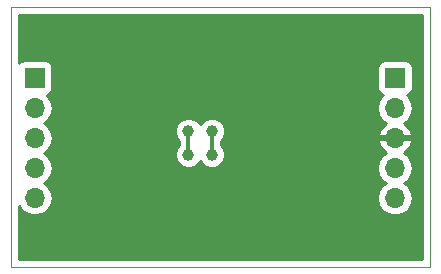
<source format=gbr>
G04 #@! TF.GenerationSoftware,KiCad,Pcbnew,(5.0.1)-3*
G04 #@! TF.CreationDate,2018-11-23T05:02:51-03:00*
G04 #@! TF.ProjectId,MMA7361,4D4D41373336312E6B696361645F7063,1.1*
G04 #@! TF.SameCoordinates,PX6f94740PY4c4b400*
G04 #@! TF.FileFunction,Copper,L2,Bot,Mixed*
G04 #@! TF.FilePolarity,Positive*
%FSLAX46Y46*%
G04 Gerber Fmt 4.6, Leading zero omitted, Abs format (unit mm)*
G04 Created by KiCad (PCBNEW (5.0.1)-3) date 23/11/2018 05:02:51*
%MOMM*%
%LPD*%
G01*
G04 APERTURE LIST*
G04 #@! TA.AperFunction,NonConductor*
%ADD10C,0.100000*%
G04 #@! TD*
G04 #@! TA.AperFunction,ComponentPad*
%ADD11O,1.700000X1.700000*%
G04 #@! TD*
G04 #@! TA.AperFunction,ComponentPad*
%ADD12R,1.700000X1.700000*%
G04 #@! TD*
G04 #@! TA.AperFunction,ViaPad*
%ADD13C,1.000000*%
G04 #@! TD*
G04 #@! TA.AperFunction,Conductor*
%ADD14C,0.320000*%
G04 #@! TD*
G04 #@! TA.AperFunction,Conductor*
%ADD15C,0.254000*%
G04 #@! TD*
G04 APERTURE END LIST*
D10*
X35500000Y0D02*
X0Y0D01*
X35500000Y-22000000D02*
X35500000Y0D01*
X0Y-22000000D02*
X35500000Y-22000000D01*
X0Y0D02*
X0Y-22000000D01*
D11*
G04 #@! TO.P,J1,5*
G04 #@! TO.N,/SelfTest*
X32500000Y-16160000D03*
G04 #@! TO.P,J1,4*
G04 #@! TO.N,/g-Select*
X32500000Y-13620000D03*
G04 #@! TO.P,J1,3*
G04 #@! TO.N,GND*
X32500000Y-11080000D03*
G04 #@! TO.P,J1,2*
G04 #@! TO.N,VCC*
X32500000Y-8540000D03*
D12*
G04 #@! TO.P,J1,1*
G04 #@! TO.N,+5V*
X32500000Y-6000000D03*
G04 #@! TD*
G04 #@! TO.P,J2,1*
G04 #@! TO.N,/X*
X2000000Y-6000000D03*
D11*
G04 #@! TO.P,J2,2*
G04 #@! TO.N,/Y*
X2000000Y-8540000D03*
G04 #@! TO.P,J2,3*
G04 #@! TO.N,/Z*
X2000000Y-11080000D03*
G04 #@! TO.P,J2,4*
G04 #@! TO.N,/~Sleep*
X2000000Y-13620000D03*
G04 #@! TO.P,J2,5*
G04 #@! TO.N,/Og-Detect*
X2000000Y-16160000D03*
G04 #@! TD*
D13*
G04 #@! TO.N,GND*
X11000000Y-13500000D03*
X10000000Y-8500000D03*
X10000000Y-11500000D03*
X10000000Y-5500000D03*
X29000000Y-4000000D03*
X25000000Y-4000000D03*
X25000000Y-11000000D03*
X29000000Y-11000000D03*
X23000000Y-18500000D03*
X7500008Y-17500000D03*
X12000000Y-9500000D03*
X18500000Y-9500000D03*
X18500000Y-8000000D03*
X18500000Y-11000000D03*
X20000000Y-12000000D03*
G04 #@! TO.N,/~Sleep*
X15000000Y-12500000D03*
X15000000Y-10495000D03*
G04 #@! TO.N,/Og-Detect*
X17000000Y-12500000D03*
X17000000Y-10495000D03*
G04 #@! TD*
D14*
G04 #@! TO.N,/~Sleep*
X15000000Y-12500000D02*
X15000000Y-10495000D01*
G04 #@! TO.N,/Og-Detect*
X17000000Y-12500000D02*
X17000000Y-10495000D01*
G04 #@! TD*
D15*
G04 #@! TO.N,GND*
G36*
X34815000Y-21315000D02*
X685000Y-21315000D01*
X685000Y-16864892D01*
X929375Y-17230625D01*
X1420582Y-17558839D01*
X1853744Y-17645000D01*
X2146256Y-17645000D01*
X2579418Y-17558839D01*
X3070625Y-17230625D01*
X3398839Y-16739418D01*
X3514092Y-16160000D01*
X3398839Y-15580582D01*
X3070625Y-15089375D01*
X2772239Y-14890000D01*
X3070625Y-14690625D01*
X3398839Y-14199418D01*
X3514092Y-13620000D01*
X3398839Y-13040582D01*
X3070625Y-12549375D01*
X2772239Y-12350000D01*
X3070625Y-12150625D01*
X3398839Y-11659418D01*
X3514092Y-11080000D01*
X3398839Y-10500582D01*
X3244258Y-10269234D01*
X13865000Y-10269234D01*
X13865000Y-10720766D01*
X14037793Y-11137926D01*
X14205001Y-11305134D01*
X14205000Y-11689867D01*
X14037793Y-11857074D01*
X13865000Y-12274234D01*
X13865000Y-12725766D01*
X14037793Y-13142926D01*
X14357074Y-13462207D01*
X14774234Y-13635000D01*
X15225766Y-13635000D01*
X15642926Y-13462207D01*
X15962207Y-13142926D01*
X16000000Y-13051685D01*
X16037793Y-13142926D01*
X16357074Y-13462207D01*
X16774234Y-13635000D01*
X17225766Y-13635000D01*
X17261979Y-13620000D01*
X30985908Y-13620000D01*
X31101161Y-14199418D01*
X31429375Y-14690625D01*
X31727761Y-14890000D01*
X31429375Y-15089375D01*
X31101161Y-15580582D01*
X30985908Y-16160000D01*
X31101161Y-16739418D01*
X31429375Y-17230625D01*
X31920582Y-17558839D01*
X32353744Y-17645000D01*
X32646256Y-17645000D01*
X33079418Y-17558839D01*
X33570625Y-17230625D01*
X33898839Y-16739418D01*
X34014092Y-16160000D01*
X33898839Y-15580582D01*
X33570625Y-15089375D01*
X33272239Y-14890000D01*
X33570625Y-14690625D01*
X33898839Y-14199418D01*
X34014092Y-13620000D01*
X33898839Y-13040582D01*
X33570625Y-12549375D01*
X33251522Y-12336157D01*
X33381358Y-12275183D01*
X33771645Y-11846924D01*
X33941476Y-11436890D01*
X33820155Y-11207000D01*
X32627000Y-11207000D01*
X32627000Y-11227000D01*
X32373000Y-11227000D01*
X32373000Y-11207000D01*
X31179845Y-11207000D01*
X31058524Y-11436890D01*
X31228355Y-11846924D01*
X31618642Y-12275183D01*
X31748478Y-12336157D01*
X31429375Y-12549375D01*
X31101161Y-13040582D01*
X30985908Y-13620000D01*
X17261979Y-13620000D01*
X17642926Y-13462207D01*
X17962207Y-13142926D01*
X18135000Y-12725766D01*
X18135000Y-12274234D01*
X17962207Y-11857074D01*
X17795000Y-11689867D01*
X17795000Y-11305133D01*
X17962207Y-11137926D01*
X18135000Y-10720766D01*
X18135000Y-10269234D01*
X17962207Y-9852074D01*
X17642926Y-9532793D01*
X17225766Y-9360000D01*
X16774234Y-9360000D01*
X16357074Y-9532793D01*
X16037793Y-9852074D01*
X16000000Y-9943315D01*
X15962207Y-9852074D01*
X15642926Y-9532793D01*
X15225766Y-9360000D01*
X14774234Y-9360000D01*
X14357074Y-9532793D01*
X14037793Y-9852074D01*
X13865000Y-10269234D01*
X3244258Y-10269234D01*
X3070625Y-10009375D01*
X2772239Y-9810000D01*
X3070625Y-9610625D01*
X3398839Y-9119418D01*
X3514092Y-8540000D01*
X30985908Y-8540000D01*
X31101161Y-9119418D01*
X31429375Y-9610625D01*
X31748478Y-9823843D01*
X31618642Y-9884817D01*
X31228355Y-10313076D01*
X31058524Y-10723110D01*
X31179845Y-10953000D01*
X32373000Y-10953000D01*
X32373000Y-10933000D01*
X32627000Y-10933000D01*
X32627000Y-10953000D01*
X33820155Y-10953000D01*
X33941476Y-10723110D01*
X33771645Y-10313076D01*
X33381358Y-9884817D01*
X33251522Y-9823843D01*
X33570625Y-9610625D01*
X33898839Y-9119418D01*
X34014092Y-8540000D01*
X33898839Y-7960582D01*
X33570625Y-7469375D01*
X33552381Y-7457184D01*
X33597765Y-7448157D01*
X33807809Y-7307809D01*
X33948157Y-7097765D01*
X33997440Y-6850000D01*
X33997440Y-5150000D01*
X33948157Y-4902235D01*
X33807809Y-4692191D01*
X33597765Y-4551843D01*
X33350000Y-4502560D01*
X31650000Y-4502560D01*
X31402235Y-4551843D01*
X31192191Y-4692191D01*
X31051843Y-4902235D01*
X31002560Y-5150000D01*
X31002560Y-6850000D01*
X31051843Y-7097765D01*
X31192191Y-7307809D01*
X31402235Y-7448157D01*
X31447619Y-7457184D01*
X31429375Y-7469375D01*
X31101161Y-7960582D01*
X30985908Y-8540000D01*
X3514092Y-8540000D01*
X3398839Y-7960582D01*
X3070625Y-7469375D01*
X3052381Y-7457184D01*
X3097765Y-7448157D01*
X3307809Y-7307809D01*
X3448157Y-7097765D01*
X3497440Y-6850000D01*
X3497440Y-5150000D01*
X3448157Y-4902235D01*
X3307809Y-4692191D01*
X3097765Y-4551843D01*
X2850000Y-4502560D01*
X1150000Y-4502560D01*
X902235Y-4551843D01*
X692191Y-4692191D01*
X685000Y-4702953D01*
X685000Y-685000D01*
X34815001Y-685000D01*
X34815000Y-21315000D01*
X34815000Y-21315000D01*
G37*
X34815000Y-21315000D02*
X685000Y-21315000D01*
X685000Y-16864892D01*
X929375Y-17230625D01*
X1420582Y-17558839D01*
X1853744Y-17645000D01*
X2146256Y-17645000D01*
X2579418Y-17558839D01*
X3070625Y-17230625D01*
X3398839Y-16739418D01*
X3514092Y-16160000D01*
X3398839Y-15580582D01*
X3070625Y-15089375D01*
X2772239Y-14890000D01*
X3070625Y-14690625D01*
X3398839Y-14199418D01*
X3514092Y-13620000D01*
X3398839Y-13040582D01*
X3070625Y-12549375D01*
X2772239Y-12350000D01*
X3070625Y-12150625D01*
X3398839Y-11659418D01*
X3514092Y-11080000D01*
X3398839Y-10500582D01*
X3244258Y-10269234D01*
X13865000Y-10269234D01*
X13865000Y-10720766D01*
X14037793Y-11137926D01*
X14205001Y-11305134D01*
X14205000Y-11689867D01*
X14037793Y-11857074D01*
X13865000Y-12274234D01*
X13865000Y-12725766D01*
X14037793Y-13142926D01*
X14357074Y-13462207D01*
X14774234Y-13635000D01*
X15225766Y-13635000D01*
X15642926Y-13462207D01*
X15962207Y-13142926D01*
X16000000Y-13051685D01*
X16037793Y-13142926D01*
X16357074Y-13462207D01*
X16774234Y-13635000D01*
X17225766Y-13635000D01*
X17261979Y-13620000D01*
X30985908Y-13620000D01*
X31101161Y-14199418D01*
X31429375Y-14690625D01*
X31727761Y-14890000D01*
X31429375Y-15089375D01*
X31101161Y-15580582D01*
X30985908Y-16160000D01*
X31101161Y-16739418D01*
X31429375Y-17230625D01*
X31920582Y-17558839D01*
X32353744Y-17645000D01*
X32646256Y-17645000D01*
X33079418Y-17558839D01*
X33570625Y-17230625D01*
X33898839Y-16739418D01*
X34014092Y-16160000D01*
X33898839Y-15580582D01*
X33570625Y-15089375D01*
X33272239Y-14890000D01*
X33570625Y-14690625D01*
X33898839Y-14199418D01*
X34014092Y-13620000D01*
X33898839Y-13040582D01*
X33570625Y-12549375D01*
X33251522Y-12336157D01*
X33381358Y-12275183D01*
X33771645Y-11846924D01*
X33941476Y-11436890D01*
X33820155Y-11207000D01*
X32627000Y-11207000D01*
X32627000Y-11227000D01*
X32373000Y-11227000D01*
X32373000Y-11207000D01*
X31179845Y-11207000D01*
X31058524Y-11436890D01*
X31228355Y-11846924D01*
X31618642Y-12275183D01*
X31748478Y-12336157D01*
X31429375Y-12549375D01*
X31101161Y-13040582D01*
X30985908Y-13620000D01*
X17261979Y-13620000D01*
X17642926Y-13462207D01*
X17962207Y-13142926D01*
X18135000Y-12725766D01*
X18135000Y-12274234D01*
X17962207Y-11857074D01*
X17795000Y-11689867D01*
X17795000Y-11305133D01*
X17962207Y-11137926D01*
X18135000Y-10720766D01*
X18135000Y-10269234D01*
X17962207Y-9852074D01*
X17642926Y-9532793D01*
X17225766Y-9360000D01*
X16774234Y-9360000D01*
X16357074Y-9532793D01*
X16037793Y-9852074D01*
X16000000Y-9943315D01*
X15962207Y-9852074D01*
X15642926Y-9532793D01*
X15225766Y-9360000D01*
X14774234Y-9360000D01*
X14357074Y-9532793D01*
X14037793Y-9852074D01*
X13865000Y-10269234D01*
X3244258Y-10269234D01*
X3070625Y-10009375D01*
X2772239Y-9810000D01*
X3070625Y-9610625D01*
X3398839Y-9119418D01*
X3514092Y-8540000D01*
X30985908Y-8540000D01*
X31101161Y-9119418D01*
X31429375Y-9610625D01*
X31748478Y-9823843D01*
X31618642Y-9884817D01*
X31228355Y-10313076D01*
X31058524Y-10723110D01*
X31179845Y-10953000D01*
X32373000Y-10953000D01*
X32373000Y-10933000D01*
X32627000Y-10933000D01*
X32627000Y-10953000D01*
X33820155Y-10953000D01*
X33941476Y-10723110D01*
X33771645Y-10313076D01*
X33381358Y-9884817D01*
X33251522Y-9823843D01*
X33570625Y-9610625D01*
X33898839Y-9119418D01*
X34014092Y-8540000D01*
X33898839Y-7960582D01*
X33570625Y-7469375D01*
X33552381Y-7457184D01*
X33597765Y-7448157D01*
X33807809Y-7307809D01*
X33948157Y-7097765D01*
X33997440Y-6850000D01*
X33997440Y-5150000D01*
X33948157Y-4902235D01*
X33807809Y-4692191D01*
X33597765Y-4551843D01*
X33350000Y-4502560D01*
X31650000Y-4502560D01*
X31402235Y-4551843D01*
X31192191Y-4692191D01*
X31051843Y-4902235D01*
X31002560Y-5150000D01*
X31002560Y-6850000D01*
X31051843Y-7097765D01*
X31192191Y-7307809D01*
X31402235Y-7448157D01*
X31447619Y-7457184D01*
X31429375Y-7469375D01*
X31101161Y-7960582D01*
X30985908Y-8540000D01*
X3514092Y-8540000D01*
X3398839Y-7960582D01*
X3070625Y-7469375D01*
X3052381Y-7457184D01*
X3097765Y-7448157D01*
X3307809Y-7307809D01*
X3448157Y-7097765D01*
X3497440Y-6850000D01*
X3497440Y-5150000D01*
X3448157Y-4902235D01*
X3307809Y-4692191D01*
X3097765Y-4551843D01*
X2850000Y-4502560D01*
X1150000Y-4502560D01*
X902235Y-4551843D01*
X692191Y-4692191D01*
X685000Y-4702953D01*
X685000Y-685000D01*
X34815001Y-685000D01*
X34815000Y-21315000D01*
G04 #@! TD*
M02*

</source>
